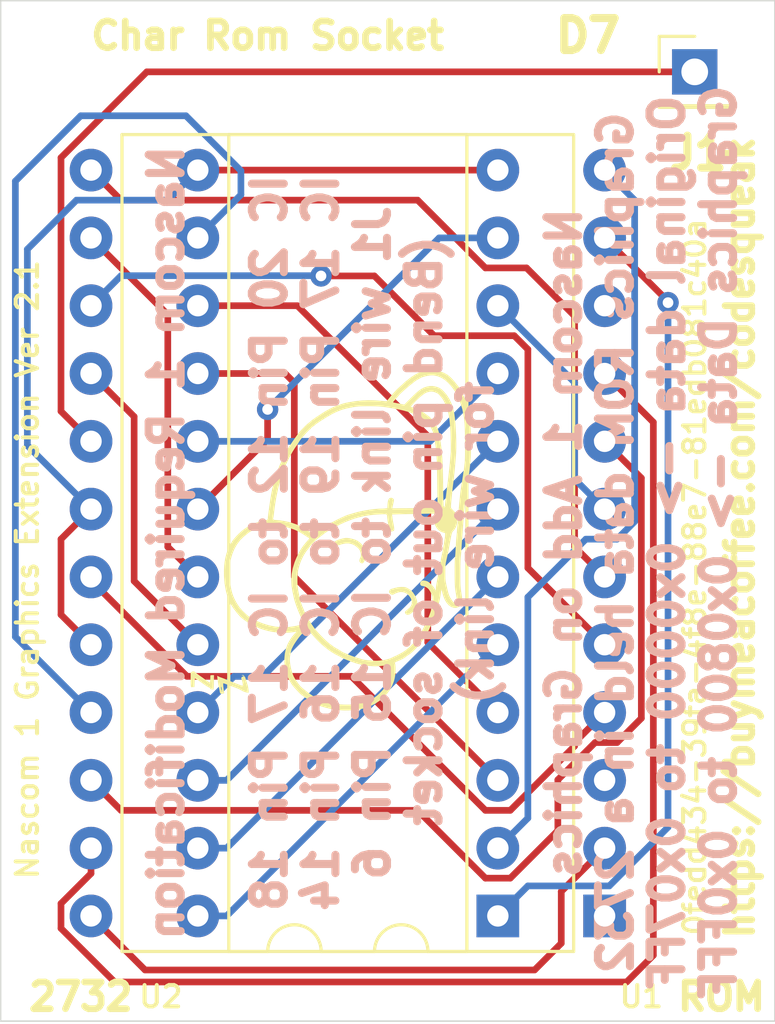
<source format=kicad_pcb>
(kicad_pcb (version 20240108) (generator "pcbnew") (generator_version "8.0")
  (title_block (title "N1 Graphics Exapnsion") (date "2023-10-29") (rev "2.1"))
  (layers (0 "F.Cu" signal) (31 "B.Cu" signal) (34 "B.Paste" user) (35 "F.Paste" user) (36 "B.SilkS" user "B.Silkscreen") (37 "F.SilkS" user "F.Silkscreen") (38 "B.Mask" user) (39 "F.Mask" user) (44 "Edge.Cuts" user))
  (net 0 "")
  (net 1 "/D6")
  (net 2 "/D4")
  (net 3 "/D1")
  (net 4 "/D2")
  (net 5 "/D3")
  (net 6 "/D0")
  (net 7 "/D5")
  (net 8 "VCC")
  (net 9 "GND")
  (net 10 "Net-(U1-Pad24)")
  (net 11 "Net-(U1-Pad12)")
  (net 12 "Net-(U1-Pad23)")
  (net 13 "Net-(U1-Pad11)")
  (net 14 "Net-(U1-Pad22)")
  (net 15 "Net-(U1-Pad21)")
  (net 16 "Net-(U1-Pad9)")
  (net 17 "Net-(U1-Pad8)")
  (net 18 "Net-(U1-Pad16)")
  (net 19 "Net-(U1-Pad4)")
  (net 20 "Net-(U1-Pad15)")
  (net 21 "Net-(U1-Pad14)")
  (net 22 "Net-(J1-Pad1)")
  (footprint "Package_DIP:DIP-24_W15.24mm" (layer "F.Cu") (at 130.625 77.975 180)
    (property "Reference" "U1" (at -1.375 -3.025 0) (layer "F.SilkS") (effects (font (size 0.8 0.8))))
    (property "Value" "Character_ROM")
    (pad "1" thru_hole rect (at 0 0 180) (size 1.6 1.6) (drill 0.8) (layers "*.Cu" "*.Mask"))
    (pad "2" thru_hole oval (at 0 2.54 180) (size 1.6 1.6) (drill 0.8) (layers "*.Cu" "*.Mask") (net 8 "VCC"))
    (pad "3" thru_hole oval (at 0 5.08 180) (size 1.6 1.6) (drill 0.8) (layers "*.Cu" "*.Mask"))
    (pad "4" thru_hole oval (at 0 7.62 180) (size 1.6 1.6) (drill 0.8) (layers "*.Cu" "*.Mask") (net 19 "Net-(U1-Pad4)"))
    (pad "5" thru_hole oval (at 0 10.16 180) (size 1.6 1.6) (drill 0.8) (layers "*.Cu" "*.Mask") (net 7 "/D5"))
    (pad "6" thru_hole oval (at 0 12.7 180) (size 1.6 1.6) (drill 0.8) (layers "*.Cu" "*.Mask") (net 5 "/D3"))
    (pad "7" thru_hole oval (at 0 15.24 180) (size 1.6 1.6) (drill 0.8) (layers "*.Cu" "*.Mask") (net 3 "/D1"))
    (pad "8" thru_hole oval (at 0 17.78 180) (size 1.6 1.6) (drill 0.8) (layers "*.Cu" "*.Mask") (net 17 "Net-(U1-Pad8)"))
    (pad "9" thru_hole oval (at 0 20.32 180) (size 1.6 1.6) (drill 0.8) (layers "*.Cu" "*.Mask") (net 16 "Net-(U1-Pad9)"))
    (pad "10" thru_hole oval (at 0 22.86 180) (size 1.6 1.6) (drill 0.8) (layers "*.Cu" "*.Mask"))
    (pad "11" thru_hole oval (at 0 25.4 180) (size 1.6 1.6) (drill 0.8) (layers "*.Cu" "*.Mask") (net 13 "Net-(U1-Pad11)"))
    (pad "12" thru_hole oval (at 0 27.94 180) (size 1.6 1.6) (drill 0.8) (layers "*.Cu" "*.Mask") (net 11 "Net-(U1-Pad12)"))
    (pad "13" thru_hole oval (at 15.24 27.94 180) (size 1.6 1.6) (drill 0.8) (layers "*.Cu" "*.Mask") (net 9 "GND"))
    (pad "14" thru_hole oval (at 15.24 25.4 180) (size 1.6 1.6) (drill 0.8) (layers "*.Cu" "*.Mask") (net 21 "Net-(U1-Pad14)"))
    (pad "15" thru_hole oval (at 15.24 22.86 180) (size 1.6 1.6) (drill 0.8) (layers "*.Cu" "*.Mask") (net 20 "Net-(U1-Pad15)"))
    (pad "16" thru_hole oval (at 15.24 20.32 180) (size 1.6 1.6) (drill 0.8) (layers "*.Cu" "*.Mask") (net 18 "Net-(U1-Pad16)"))
    (pad "17" thru_hole oval (at 15.24 17.78 180) (size 1.6 1.6) (drill 0.8) (layers "*.Cu" "*.Mask") (net 6 "/D0"))
    (pad "18" thru_hole oval (at 15.24 15.24 180) (size 1.6 1.6) (drill 0.8) (layers "*.Cu" "*.Mask") (net 4 "/D2"))
    (pad "19" thru_hole oval (at 15.24 12.7 180) (size 1.6 1.6) (drill 0.8) (layers "*.Cu" "*.Mask") (net 2 "/D4"))
    (pad "20" thru_hole oval (at 15.24 10.16 180) (size 1.6 1.6) (drill 0.8) (layers "*.Cu" "*.Mask") (net 1 "/D6"))
    (pad "21" thru_hole oval (at 15.24 7.62 180) (size 1.6 1.6) (drill 0.8) (layers "*.Cu" "*.Mask") (net 15 "Net-(U1-Pad21)"))
    (pad "22" thru_hole oval (at 15.24 5.08 180) (size 1.6 1.6) (drill 0.8) (layers "*.Cu" "*.Mask") (net 14 "Net-(U1-Pad22)"))
    (pad "23" thru_hole oval (at 15.24 2.54 180) (size 1.6 1.6) (drill 0.8) (layers "*.Cu" "*.Mask") (net 12 "Net-(U1-Pad23)"))
    (pad "24" thru_hole oval (at 15.24 0 180) (size 1.6 1.6) (drill 0.8) (layers "*.Cu" "*.Mask") (net 10 "Net-(U1-Pad24)"))
  )
  (footprint "Package_DIP:DIP-24_W15.24mm" (layer "F.Cu") (at 126.625 77.975 180)
    (property "Reference" "U2" (at 12.625 -3.025 0) (layer "F.SilkS") (effects (font (size 0.8 0.8))))
    (property "Value" "27C32")
    (pad "1" thru_hole rect (at 0 0 180) (size 1.6 1.6) (drill 0.8) (layers "*.Cu" "*.Mask") (net 13 "Net-(U1-Pad11)"))
    (pad "2" thru_hole oval (at 0 2.54 180) (size 1.6 1.6) (drill 0.8) (layers "*.Cu" "*.Mask") (net 11 "Net-(U1-Pad12)"))
    (pad "3" thru_hole oval (at 0 5.08 180) (size 1.6 1.6) (drill 0.8) (layers "*.Cu" "*.Mask") (net 18 "Net-(U1-Pad16)"))
    (pad "4" thru_hole oval (at 0 7.62 180) (size 1.6 1.6) (drill 0.8) (layers "*.Cu" "*.Mask") (net 20 "Net-(U1-Pad15)"))
    (pad "5" thru_hole oval (at 0 10.16 180) (size 1.6 1.6) (drill 0.8) (layers "*.Cu" "*.Mask") (net 10 "Net-(U1-Pad24)"))
    (pad "6" thru_hole oval (at 0 12.7 180) (size 1.6 1.6) (drill 0.8) (layers "*.Cu" "*.Mask") (net 12 "Net-(U1-Pad23)"))
    (pad "7" thru_hole oval (at 0 15.24 180) (size 1.6 1.6) (drill 0.8) (layers "*.Cu" "*.Mask") (net 14 "Net-(U1-Pad22)"))
    (pad "8" thru_hole oval (at 0 17.78 180) (size 1.6 1.6) (drill 0.8) (layers "*.Cu" "*.Mask") (net 15 "Net-(U1-Pad21)"))
    (pad "9" thru_hole oval (at 0 20.32 180) (size 1.6 1.6) (drill 0.8) (layers "*.Cu" "*.Mask") (net 6 "/D0"))
    (pad "10" thru_hole oval (at 0 22.86 180) (size 1.6 1.6) (drill 0.8) (layers "*.Cu" "*.Mask") (net 3 "/D1"))
    (pad "11" thru_hole oval (at 0 25.4 180) (size 1.6 1.6) (drill 0.8) (layers "*.Cu" "*.Mask") (net 4 "/D2"))
    (pad "12" thru_hole oval (at 0 27.94 180) (size 1.6 1.6) (drill 0.8) (layers "*.Cu" "*.Mask") (net 9 "GND"))
    (pad "13" thru_hole oval (at 15.24 27.94 180) (size 1.6 1.6) (drill 0.8) (layers "*.Cu" "*.Mask") (net 5 "/D3"))
    (pad "14" thru_hole oval (at 15.24 25.4 180) (size 1.6 1.6) (drill 0.8) (layers "*.Cu" "*.Mask") (net 2 "/D4"))
    (pad "15" thru_hole oval (at 15.24 22.86 180) (size 1.6 1.6) (drill 0.8) (layers "*.Cu" "*.Mask") (net 7 "/D5"))
    (pad "16" thru_hole oval (at 15.24 20.32 180) (size 1.6 1.6) (drill 0.8) (layers "*.Cu" "*.Mask") (net 1 "/D6"))
    (pad "17" thru_hole oval (at 15.24 17.78 180) (size 1.6 1.6) (drill 0.8) (layers "*.Cu" "*.Mask") (net 22 "Net-(J1-Pad1)"))
    (pad "18" thru_hole oval (at 15.24 15.24 180) (size 1.6 1.6) (drill 0.8) (layers "*.Cu" "*.Mask") (net 9 "GND"))
    (pad "19" thru_hole oval (at 15.24 12.7 180) (size 1.6 1.6) (drill 0.8) (layers "*.Cu" "*.Mask") (net 19 "Net-(U1-Pad4)"))
    (pad "20" thru_hole oval (at 15.24 10.16 180) (size 1.6 1.6) (drill 0.8) (layers "*.Cu" "*.Mask") (net 9 "GND"))
    (pad "21" thru_hole oval (at 15.24 7.62 180) (size 1.6 1.6) (drill 0.8) (layers "*.Cu" "*.Mask") (net 21 "Net-(U1-Pad14)"))
    (pad "22" thru_hole oval (at 15.24 5.08 180) (size 1.6 1.6) (drill 0.8) (layers "*.Cu" "*.Mask") (net 17 "Net-(U1-Pad8)"))
    (pad "23" thru_hole oval (at 15.24 2.54 180) (size 1.6 1.6) (drill 0.8) (layers "*.Cu" "*.Mask") (net 16 "Net-(U1-Pad9)"))
    (pad "24" thru_hole oval (at 15.24 0 180) (size 1.6 1.6) (drill 0.8) (layers "*.Cu" "*.Mask") (net 8 "VCC"))
  )
  (footprint "Connector_PinHeader_2.54mm:PinHeader_1x01_P2.54mm_Vertical" (layer "F.Cu") (at 134 46.355)
    (property "Reference" "J1" (at 0.127 3.048 0) (layer "F.SilkS") (effects (font (size 1.2 1.2) (thickness 0.3))))
    (property "Value" "D7 Output")
    (pad "1" thru_hole rect (at 0 0) (size 1.7 1.7) (drill 1) (layers "*.Cu" "*.Mask") (net 22 "Net-(J1-Pad1)"))
  )
  (footprint "LOGO" (layer "F.Cu") (at 120.7516 64.262 90)
    (property "Reference" "G***" (hide yes))
    (property "Value" "LOGO" (hide yes))
  )
  (gr_line (start 108 81.915) (end 108 43.688) (stroke (width 0.05)) (layer "Edge.Cuts"))
  (gr_line (start 108 43.688) (end 137 43.688) (stroke (width 0.05)) (layer "Edge.Cuts"))
  (gr_line (start 137 43.688) (end 137 81.915) (stroke (width 0.05)) (layer "Edge.Cuts"))
  (gr_line (start 108 81.915) (end 137 81.915) (stroke (width 0.05)) (layer "Edge.Cuts"))
  (gr_text "Nascom 1 Required Modification\n\nIC 20 Pin 12 to IC 17 Pin 18\nIC 17 Pin 19 to IC 16 Pin 14\nJ1 wire link to IC 15 Pin 6\n(Bend pin out of socket \nfor wire link)" (at 120 64 90) (layer "B.SilkS") (effects (font (size 1.2 1.2) (thickness 0.3)) (justify mirror)))
  (gr_text "Nascom 1 Add on Graphics\nGraphics ROM data held in a 2732\nOriginal data -> 0x0000 to 0x07FF\nGraphics Data -> 0x0800 to 0x0FFF" (at 132 64 90) (layer "B.SilkS") (effects (font (size 1.2 1.2) (thickness 0.3)) (justify mirror)))
  (gr_text "ROM" (at 135 81 0) (layer "F.SilkS") (effects (font (size 1 1) (thickness 0.25))))
  (gr_text "Char Rom Socket" (at 118 45 0) (layer "F.SilkS") (effects (font (size 1 1) (thickness 0.25))))
  (gr_text "0fedd434-39fa-4f8e-88e7-81edb081c40a" (at 134 65.278 90) (layer "F.SilkS") (effects (font (size 0.8 0.8))))
  (gr_text "https://buymeacoffee.com/codesqueak" (at 135.6868 63.8048 90) (layer "F.SilkS") (effects (font (size 1 1) (thickness 0.25))))
  (gr_text "2732" (at 111 81 0) (layer "F.SilkS") (effects (font (size 1 1) (thickness 0.25))))
  (gr_text "Nascom 1 Graphics Extension Ver 2.1" (at 109 65 90) (layer "F.SilkS") (effects (font (size 0.8 0.8))))
  (gr_text "D7" (at 130 45 0) (layer "F.SilkS") (effects (font (size 1.2 1.2) (thickness 0.3))))
  (segment (start 113 59.27) (end 113 65.43) (width 0.25) (layer "F.Cu") (net 1))
  (segment (start 113 65.43) (end 115.385 67.815) (width 0.25) (layer "F.Cu") (net 1))
  (segment (start 111.385 57.655) (end 113 59.27) (width 0.25) (layer "F.Cu") (net 1))
  (segment (start 114.260489 55.450489) (end 114.260489 64.150489) (width 0.25) (layer "F.Cu") (net 2))
  (segment (start 111.385 52.575) (end 114.260489 55.450489) (width 0.25) (layer "F.Cu") (net 2))
  (segment (start 114.260489 64.150489) (end 115.385 65.275) (width 0.25) (layer "F.Cu") (net 2))
  (segment (start 129.500489 57.990489) (end 129.500489 61.610489) (width 0.25) (layer "B.Cu") (net 3))
  (segment (start 126.625 55.115) (end 129.500489 57.990489) (width 0.25) (layer "B.Cu") (net 3))
  (segment (start 129.500489 61.610489) (end 130.625 62.735) (width 0.25) (layer "B.Cu") (net 3))
  (segment (start 118 59) (end 118 60.12) (width 0.25) (layer "F.Cu") (net 4))
  (segment (start 118 60.12) (end 115.385 62.735) (width 0.25) (layer "F.Cu") (net 4))
  (via (at 118 59) (size 0.8) (drill 0.4) (layers "F.Cu" "B.Cu") (net 4))
  (segment (start 124.425 52.575) (end 118 59) (width 0.25) (layer "B.Cu") (net 4))
  (segment (start 126.625 52.575) (end 124.425 52.575) (width 0.25) (layer "B.Cu") (net 4))
  (segment (start 126.159211 53.699511) (end 127.699511 53.699511) (width 0.25) (layer "F.Cu") (net 5))
  (segment (start 111.385 50.035) (end 112.509511 51.159511) (width 0.25) (layer "F.Cu") (net 5))
  (segment (start 112.509511 51.159511) (end 123.619211 51.159511) (width 0.25) (layer "F.Cu") (net 5))
  (segment (start 129.500489 64.150489) (end 130.625 65.275) (width 0.25) (layer "F.Cu") (net 5))
  (segment (start 123.619211 51.159511) (end 126.159211 53.699511) (width 0.25) (layer "F.Cu") (net 5))
  (segment (start 127.699511 53.699511) (end 129.500489 55.500489) (width 0.25) (layer "F.Cu") (net 5))
  (segment (start 129.500489 55.500489) (end 129.500489 64.150489) (width 0.25) (layer "F.Cu") (net 5))
  (segment (start 115.385 60.195) (end 124.085 60.195) (width 0.25) (layer "B.Cu") (net 6))
  (segment (start 124.085 60.195) (end 126.625 57.655) (width 0.25) (layer "B.Cu") (net 6))
  (segment (start 127.749511 64.939511) (end 127.749511 56.749511) (width 0.25) (layer "F.Cu") (net 7))
  (segment (start 127.749511 56.749511) (end 127.239511 56.239511) (width 0.25) (layer "F.Cu") (net 7))
  (segment (start 130.625 67.815) (end 127.749511 64.939511) (width 0.25) (layer "F.Cu") (net 7))
  (segment (start 127.239511 56.239511) (end 124.239511 56.239511) (width 0.25) (layer "F.Cu") (net 7))
  (segment (start 120 54) (end 122 54) (width 0.25) (layer "F.Cu") (net 7))
  (segment (start 124.239511 56.239511) (end 122 54) (width 0.25) (layer "F.Cu") (net 7))
  (via (at 120 54) (size 0.8) (drill 0.4) (layers "F.Cu" "B.Cu") (net 7))
  (segment (start 119.990489 53.990489) (end 120 54) (width 0.25) (layer "B.Cu") (net 7))
  (segment (start 112.509511 53.990489) (end 119.990489 53.990489) (width 0.25) (layer "B.Cu") (net 7))
  (segment (start 111.385 55.115) (end 112.509511 53.990489) (width 0.25) (layer "B.Cu") (net 7))
  (segment (start 129 79) (end 128 80) (width 0.25) (layer "F.Cu") (net 8))
  (segment (start 130.625 75.435) (end 129 77.06) (width 0.25) (layer "F.Cu") (net 8))
  (segment (start 129 77.06) (end 129 79) (width 0.25) (layer "F.Cu") (net 8))
  (segment (start 128 80) (end 113.41 80) (width 0.25) (layer "F.Cu") (net 8))
  (segment (start 113.41 80) (end 111.385 77.975) (width 0.25) (layer "F.Cu") (net 8))
  (segment (start 115.385 50.035) (end 126.625 50.035) (width 0.25) (layer "F.Cu") (net 9))
  (segment (start 111.385 62.735) (end 110.260489 63.859511) (width 0.25) (layer "F.Cu") (net 9))
  (segment (start 110.260489 63.859511) (end 110.260489 66.690489) (width 0.25) (layer "F.Cu") (net 9))
  (segment (start 110.260489 66.690489) (end 111.385 67.815) (width 0.25) (layer "F.Cu") (net 9))
  (segment (start 114.260489 51.159511) (end 115.385 50.035) (width 0.25) (layer "B.Cu") (net 9))
  (segment (start 109 60.35) (end 109 53) (width 0.25) (layer "B.Cu") (net 9))
  (segment (start 111.385 62.735) (end 109 60.35) (width 0.25) (layer "B.Cu") (net 9))
  (segment (start 110.840489 51.159511) (end 114.260489 51.159511) (width 0.25) (layer "B.Cu") (net 9))
  (segment (start 109 53) (end 110.840489 51.159511) (width 0.25) (layer "B.Cu") (net 9))
  (segment (start 116.465 77.975) (end 115.385 77.975) (width 0.25) (layer "B.Cu") (net 10))
  (segment (start 126.625 67.815) (end 116.465 77.975) (width 0.25) (layer "B.Cu") (net 10))
  (segment (start 130.625 50.035) (end 131.749511 51.159511) (width 0.25) (layer "B.Cu") (net 11))
  (segment (start 131.090789 63.859511) (end 129.921767 63.859511) (width 0.25) (layer "B.Cu") (net 11))
  (segment (start 129.921767 63.859511) (end 127.749511 66.031767) (width 0.25) (layer "B.Cu") (net 11))
  (segment (start 131.749511 63.200789) (end 131.090789 63.859511) (width 0.25) (layer "B.Cu") (net 11))
  (segment (start 127.749511 66.031767) (end 127.749511 74.310489) (width 0.25) (layer "B.Cu") (net 11))
  (segment (start 131.749511 51.159511) (end 131.749511 63.200789) (width 0.25) (layer "B.Cu") (net 11))
  (segment (start 127.749511 74.310489) (end 126.625 75.435) (width 0.25) (layer "B.Cu") (net 11))
  (segment (start 126.625 65.275) (end 116.465 75.435) (width 0.25) (layer "B.Cu") (net 12))
  (segment (start 116.465 75.435) (end 115.385 75.435) (width 0.25) (layer "B.Cu") (net 12))
  (segment (start 133 54.95) (end 133 55) (width 0.25) (layer "F.Cu") (net 13))
  (segment (start 130.625 52.575) (end 133 54.95) (width 0.25) (layer "F.Cu") (net 13))
  (via (at 133 55) (size 0.8) (drill 0.4) (layers "F.Cu" "B.Cu") (net 13))
  (segment (start 133 74.6503) (end 133 55) (width 0.25) (layer "B.Cu") (net 13))
  (segment (start 126.625 77.975) (end 127.749511 76.850489) (width 0.25) (layer "B.Cu") (net 13))
  (segment (start 130.799811 76.850489) (end 133 74.6503) (width 0.25) (layer "B.Cu") (net 13))
  (segment (start 127.749511 76.850489) (end 130.799811 76.850489) (width 0.25) (layer "B.Cu") (net 13))
  (segment (start 126.625 62.735) (end 116.465 72.895) (width 0.25) (layer "B.Cu") (net 14))
  (segment (start 116.465 72.895) (end 115.385 72.895) (width 0.25) (layer "B.Cu") (net 14))
  (segment (start 126.625 60.195) (end 117.82 69) (width 0.25) (layer "B.Cu") (net 15))
  (segment (start 117.82 69) (end 116.74 69) (width 0.25) (layer "B.Cu") (net 15))
  (segment (start 116.74 69) (end 115.385 70.355) (width 0.25) (layer "B.Cu") (net 15))
  (segment (start 111.385 76.3847) (end 110.260489 77.509211) (width 0.25) (layer "F.Cu") (net 16))
  (segment (start 111.385 75.435) (end 111.385 76.3847) (width 0.25) (layer "F.Cu") (net 16))
  (segment (start 110.260489 78.440789) (end 112.26922 80.44952) (width 0.25) (layer "F.Cu") (net 16))
  (segment (start 112.26922 80.44952) (end 131.44996 80.44952) (width 0.25) (layer "F.Cu") (net 16))
  (segment (start 132.44952 79.44996) (end 132.44952 59.47952) (width 0.25) (layer "F.Cu") (net 16))
  (segment (start 132.44952 59.47952) (end 130.625 57.655) (width 0.25) (layer "F.Cu") (net 16))
  (segment (start 110.260489 77.509211) (end 110.260489 78.440789) (width 0.25) (layer "F.Cu") (net 16))
  (segment (start 131.44996 80.44952) (end 132.44952 79.44996) (width 0.25) (layer "F.Cu") (net 16))
  (segment (start 128.873009 74.777291) (end 128.873009 72.873009) (width 0.25) (layer "F.Cu") (net 17))
  (segment (start 131.090789 71.479511) (end 132 70.5703) (width 0.25) (layer "F.Cu") (net 17))
  (segment (start 112.509511 74.019511) (end 123.619211 74.019511) (width 0.25) (layer "F.Cu") (net 17))
  (segment (start 111.385 72.895) (end 112.509511 74.019511) (width 0.25) (layer "F.Cu") (net 17))
  (segment (start 126.159211 76.559511) (end 127.090789 76.559511) (width 0.25) (layer "F.Cu") (net 17))
  (segment (start 123.619211 74.019511) (end 126.159211 76.559511) (width 0.25) (layer "F.Cu") (net 17))
  (segment (start 127.090789 76.559511) (end 128.873009 74.777291) (width 0.25) (layer "F.Cu") (net 17))
  (segment (start 130.266507 71.479511) (end 131.090789 71.479511) (width 0.25) (layer "F.Cu") (net 17))
  (segment (start 132 61.57) (end 130.625 60.195) (width 0.25) (layer "F.Cu") (net 17))
  (segment (start 132 70.5703) (end 132 61.57) (width 0.25) (layer "F.Cu") (net 17))
  (segment (start 128.873009 72.873009) (end 130.266507 71.479511) (width 0.25) (layer "F.Cu") (net 17))
  (segment (start 119 65.27) (end 126.625 72.895) (width 0.25) (layer "F.Cu") (net 18))
  (segment (start 118.655 57.655) (end 119 58) (width 0.25) (layer "F.Cu") (net 18))
  (segment (start 115.385 57.655) (end 118.655 57.655) (width 0.25) (layer "F.Cu") (net 18))
  (segment (start 119 58) (end 119 65.27) (width 0.25) (layer "F.Cu") (net 18))
  (segment (start 127.090789 74.019511) (end 126.159211 74.019511) (width 0.25) (layer "F.Cu") (net 19))
  (segment (start 129.500489 71.479511) (end 129.500489 71.609811) (width 0.25) (layer "F.Cu") (net 19))
  (segment (start 126.159211 74.019511) (end 121.1397 69) (width 0.25) (layer "F.Cu") (net 19))
  (segment (start 111.385 65.4053) (end 111.385 65.275) (width 0.25) (layer "F.Cu") (net 19))
  (segment (start 114.9797 69) (end 111.385 65.4053) (width 0.25) (layer "F.Cu") (net 19))
  (segment (start 130.625 70.355) (end 129.500489 71.479511) (width 0.25) (layer "F.Cu") (net 19))
  (segment (start 129.500489 71.609811) (end 127.090789 74.019511) (width 0.25) (layer "F.Cu") (net 19))
  (segment (start 121.1397 69) (end 114.9797 69) (width 0.25) (layer "F.Cu") (net 19))
  (segment (start 115.385 55.115) (end 119.115 55.115) (width 0.25) (layer "F.Cu") (net 20))
  (segment (start 124 67.73) (end 126.625 70.355) (width 0.25) (layer "F.Cu") (net 20))
  (segment (start 119.115 55.115) (end 124 60) (width 0.25) (layer "F.Cu") (net 20))
  (segment (start 124 60) (end 124 67.73) (width 0.25) (layer "F.Cu") (net 20))
  (segment (start 111 48) (end 114.9403 48) (width 0.25) (layer "B.Cu") (net 21))
  (segment (start 108.55048 50.44952) (end 111 48) (width 0.25) (layer "B.Cu") (net 21))
  (segment (start 117 50.0597) (end 117 50.96) (width 0.25) (layer "B.Cu") (net 21))
  (segment (start 117 50.96) (end 115.385 52.575) (width 0.25) (layer "B.Cu") (net 21))
  (segment (start 111.385 70.355) (end 108.55048 67.52048) (width 0.25) (layer "B.Cu") (net 21))
  (segment (start 114.9403 48) (end 117 50.0597) (width 0.25) (layer "B.Cu") (net 21))
  (segment (start 108.55048 67.52048) (end 108.55048 50.44952) (width 0.25) (layer "B.Cu") (net 21))
  (segment (start 134 46.355) (end 113.4747 46.355) (width 0.25) (layer "F.Cu") (net 22))
  (segment (start 110.260489 49.569211) (end 110.260489 59.070489) (width 0.25) (layer "F.Cu") (net 22))
  (segment (start 113.4747 46.355) (end 110.260489 49.569211) (width 0.25) (layer "F.Cu") (net 22))
  (segment (start 110.260489 59.070489) (end 111.385 60.195) (width 0.25) (layer "F.Cu") (net 22))
)
</source>
